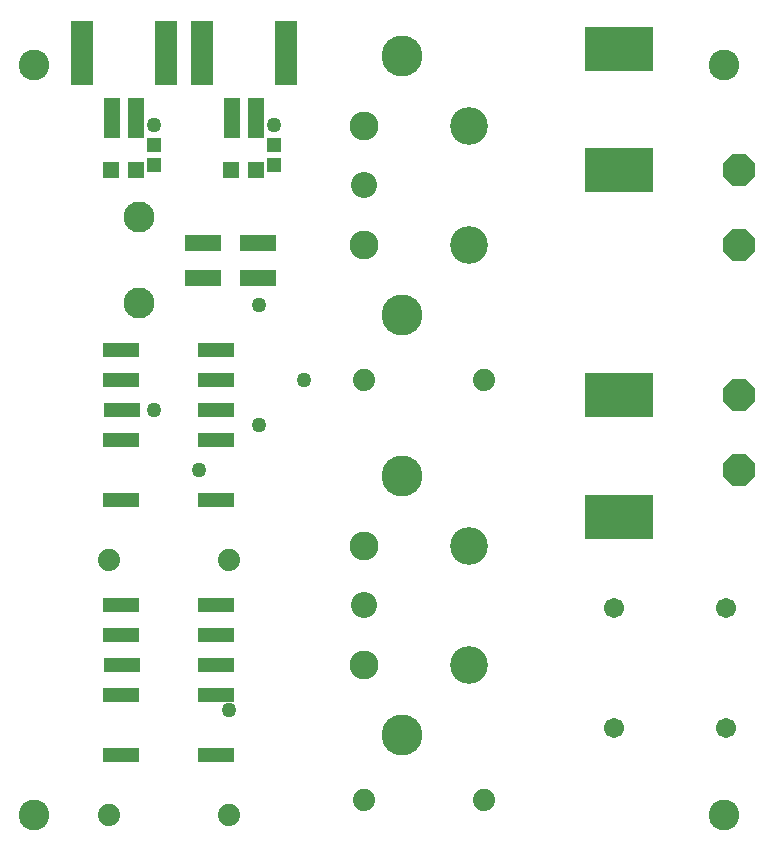
<source format=gts>
G75*
G70*
%OFA0B0*%
%FSLAX24Y24*%
%IPPOS*%
%LPD*%
%AMOC8*
5,1,8,0,0,1.08239X$1,22.5*
%
%ADD10C,0.1025*%
%ADD11C,0.0966*%
%ADD12C,0.0867*%
%ADD13C,0.1366*%
%ADD14C,0.1261*%
%ADD15R,0.1230X0.0580*%
%ADD16C,0.1030*%
%ADD17C,0.0740*%
%ADD18R,0.0552X0.1340*%
%ADD19R,0.0749X0.2167*%
%ADD20C,0.0671*%
%ADD21OC8,0.1080*%
%ADD22R,0.2285X0.1458*%
%ADD23R,0.1202X0.0474*%
%ADD24R,0.0552X0.0552*%
%ADD25R,0.0513X0.0474*%
%ADD26C,0.0496*%
D10*
X004965Y002182D03*
X027965Y002182D03*
X027965Y027182D03*
X004965Y027182D03*
D11*
X015965Y025166D03*
X015965Y021198D03*
X015965Y011166D03*
X015965Y007198D03*
D12*
X015965Y009182D03*
X015965Y023182D03*
D13*
X017232Y018861D03*
X017232Y013503D03*
X017232Y004861D03*
X017232Y027503D03*
D14*
X019469Y025166D03*
X019469Y021198D03*
X019469Y011166D03*
X019469Y007198D03*
D15*
X012441Y020091D03*
X012441Y021272D03*
X010618Y021272D03*
X010618Y020091D03*
D16*
X008465Y019245D03*
X008465Y022119D03*
D17*
X015965Y016682D03*
X019965Y016682D03*
X011465Y010682D03*
X007465Y010682D03*
X007465Y002182D03*
X011465Y002182D03*
X015965Y002682D03*
X019965Y002682D03*
D18*
X012358Y025442D03*
X011571Y025442D03*
X008358Y025442D03*
X007571Y025442D03*
D19*
X006567Y027599D03*
X009362Y027599D03*
X010567Y027599D03*
X013362Y027599D03*
D20*
X024299Y009091D03*
X028039Y009091D03*
X028039Y005091D03*
X024299Y005091D03*
D21*
X028465Y013682D03*
X028465Y016182D03*
X028465Y021182D03*
X028465Y023682D03*
D22*
X024465Y023682D03*
X024465Y027737D03*
X024465Y016182D03*
X024465Y012127D03*
D23*
X011049Y012682D03*
X011049Y014682D03*
X011049Y015682D03*
X011049Y016682D03*
X011049Y017682D03*
X007880Y017682D03*
X007880Y016682D03*
X007890Y015682D03*
X007880Y014682D03*
X007880Y012682D03*
X007880Y009182D03*
X007880Y008182D03*
X007890Y007182D03*
X007880Y006182D03*
X007880Y004182D03*
X011049Y004182D03*
X011049Y006182D03*
X011049Y007182D03*
X011049Y008182D03*
X011049Y009182D03*
D24*
X011551Y023682D03*
X012378Y023682D03*
X008378Y023682D03*
X007551Y023682D03*
D25*
X008965Y023847D03*
X008965Y024517D03*
X012965Y024517D03*
X012965Y023847D03*
D26*
X012965Y025182D03*
X008965Y025182D03*
X012465Y019182D03*
X013965Y016682D03*
X012465Y015182D03*
X010465Y013682D03*
X008965Y015682D03*
X011465Y005682D03*
M02*

</source>
